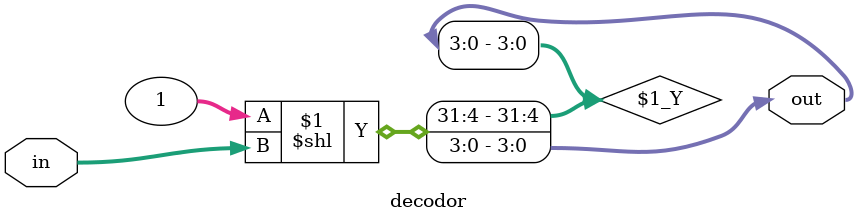
<source format=v>
module decodor(input wire [1:0]in,
					output wire [3:0]out);

assign out = 1 << in;
endmodule 
</source>
